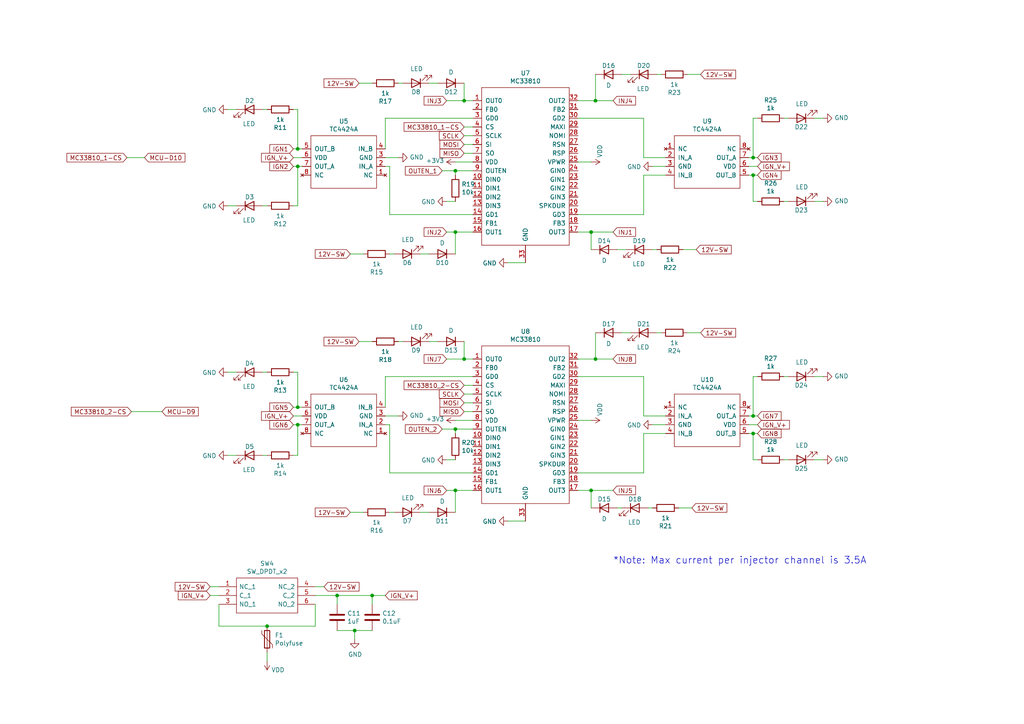
<source format=kicad_sch>
(kicad_sch (version 20230121) (generator eeschema)
  (paper "A4")
  (lib_symbols
    (symbol "Device:C" (pin_numbers hide) (pin_names (offset 0.254))
      (property "Reference" "C" (at 0.635 2.54 0))
      (property "Value" "C" (at 0.635 -2.54 0))
      (symbol "C_0_1"
        (polyline (pts (xy -2.032 -0.762) (xy 2.032 -0.762)) (stroke (width 0.508)))
        (polyline (pts (xy -2.032 0.762) (xy 2.032 0.762)) (stroke (width 0.508)))
      )
      (symbol "C_1_1"
        (pin passive line (at 0 3.81 270) (length 2.794) (name "~") (number "1"))
        (pin passive line (at 0 -3.81 90) (length 2.794) (name "~") (number "2"))
      )
    )
    (symbol "Device:D" (pin_numbers hide) (pin_names (offset 1.016) hide)
      (property "Reference" "D" (at 0 2.54 0))
      (property "Value" "D" (at 0 -2.54 0))
      (symbol "D_0_1"
        (polyline (pts (xy -1.27 1.27) (xy -1.27 -1.27)) (stroke (width 0.254)))
        (polyline (pts (xy 1.27 0) (xy -1.27 0)))
        (polyline (pts (xy 1.27 1.27) (xy 1.27 -1.27) (xy -1.27 0) (xy 1.27 1.27)) (stroke (width 0.254)))
      )
      (symbol "D_1_1"
        (pin passive line (at -3.81 0 0) (length 2.54) (name "K") (number "1"))
        (pin passive line (at 3.81 0 180) (length 2.54) (name "A") (number "2"))
      )
    )
    (symbol "Device:LED" (pin_numbers hide) (pin_names (offset 1.016) hide)
      (property "Reference" "D" (at 0 2.54 0))
      (property "Value" "LED" (at 0 -2.54 0))
      (symbol "LED_0_1"
        (polyline (pts (xy -1.27 -1.27) (xy -1.27 1.27)) (stroke (width 0.254)))
        (polyline (pts (xy -1.27 0) (xy 1.27 0)))
        (polyline (pts (xy 1.27 -1.27) (xy 1.27 1.27) (xy -1.27 0) (xy 1.27 -1.27)) (stroke (width 0.254)))
        (polyline (pts (xy -3.048 -0.762) (xy -4.572 -2.286) (xy -3.81 -2.286) (xy -4.572 -2.286) (xy -4.572 -1.524)))
        (polyline (pts (xy -1.778 -0.762) (xy -3.302 -2.286) (xy -2.54 -2.286) (xy -3.302 -2.286) (xy -3.302 -1.524)))
      )
      (symbol "LED_1_1"
        (pin passive line (at -3.81 0 0) (length 2.54) (name "K") (number "1"))
        (pin passive line (at 3.81 0 180) (length 2.54) (name "A") (number "2"))
      )
    )
    (symbol "Device:Polyfuse" (pin_numbers hide) (pin_names (offset 0))
      (property "Reference" "F" (at -2.54 0 90))
      (property "Value" "Polyfuse" (at 2.54 0 90))
      (symbol "Polyfuse_0_1"
        (rectangle (start -0.762 2.54) (end 0.762 -2.54) (stroke (width 0.254)))
        (polyline (pts (xy 0 2.54) (xy 0 -2.54)))
        (polyline (pts (xy -1.524 2.54) (xy -1.524 1.524) (xy 1.524 -1.524) (xy 1.524 -2.54)))
      )
      (symbol "Polyfuse_1_1"
        (pin passive line (at 0 3.81 270) (length 1.27) (name "~") (number "1"))
        (pin passive line (at 0 -3.81 90) (length 1.27) (name "~") (number "2"))
      )
    )
    (symbol "Device:R" (pin_numbers hide) (pin_names (offset 0))
      (property "Reference" "R" (at 2.032 0 90))
      (property "Value" "R" (at 0 0 90))
      (symbol "R_0_1"
        (rectangle (start -1.016 -2.54) (end 1.016 2.54) (stroke (width 0.254)))
      )
      (symbol "R_1_1"
        (pin passive line (at 0 3.81 270) (length 1.27) (name "~") (number "1"))
        (pin passive line (at 0 -3.81 90) (length 1.27) (name "~") (number "2"))
      )
    )
    (symbol "IC_Automotive:MC33810" (pin_names (offset 1.016))
      (property "Reference" "U" (at 20.32 17.78 0))
      (property "Value" "MC33810" (at -12.7 34.29 0))
      (symbol "MC33810_0_0"
        (pin power_in line (at -12.7 -13.97 90) (length 5.08) (name "GND") (number "33"))
      )
      (symbol "MC33810_0_1"
        (rectangle (start -25.4 36.83) (end 0 -8.89))
      )
      (symbol "MC33810_1_1"
        (pin output line (at -27.94 33.02 0) (length 2.54) (name "OUT0") (number "1"))
        (pin input line (at -27.94 10.16 0) (length 2.54) (name "DIN0") (number "10"))
        (pin input line (at -27.94 7.62 0) (length 2.54) (name "DIN1") (number "11"))
        (pin input line (at -27.94 5.08 0) (length 2.54) (name "DIN2") (number "12"))
        (pin input line (at -27.94 2.54 0) (length 2.54) (name "DIN3") (number "13"))
        (pin output line (at -27.94 0 0) (length 2.54) (name "GD1") (number "14"))
        (pin input line (at -27.94 -2.54 0) (length 2.54) (name "FB1") (number "15"))
        (pin output line (at -27.94 -5.08 0) (length 2.54) (name "OUT1") (number "16"))
        (pin output line (at 2.54 -5.08 180) (length 2.54) (name "OUT3") (number "17"))
        (pin input line (at 2.54 -2.54 180) (length 2.54) (name "FB3") (number "18"))
        (pin output line (at 2.54 0 180) (length 2.54) (name "GD3") (number "19"))
        (pin input line (at -27.94 30.48 0) (length 2.54) (name "FB0") (number "2"))
        (pin output line (at 2.54 2.54 180) (length 2.54) (name "SPKDUR") (number "20"))
        (pin input line (at 2.54 5.08 180) (length 2.54) (name "GIN3") (number "21"))
        (pin input line (at 2.54 7.62 180) (length 2.54) (name "GIN2") (number "22"))
        (pin input line (at 2.54 10.16 180) (length 2.54) (name "GIN1") (number "23"))
        (pin input line (at 2.54 12.7 180) (length 2.54) (name "GIN0") (number "24"))
        (pin power_in line (at 2.54 15.24 180) (length 2.54) (name "VPWR") (number "25"))
        (pin input line (at 2.54 17.78 180) (length 2.54) (name "RSP") (number "26"))
        (pin input line (at 2.54 20.32 180) (length 2.54) (name "RSN") (number "27"))
        (pin output line (at 2.54 22.86 180) (length 2.54) (name "NOMI") (number "28"))
        (pin output line (at 2.54 25.4 180) (length 2.54) (name "MAXI") (number "29"))
        (pin output line (at -27.94 27.94 0) (length 2.54) (name "GD0") (number "3"))
        (pin output line (at 2.54 27.94 180) (length 2.54) (name "GD2") (number "30"))
        (pin input line (at 2.54 30.48 180) (length 2.54) (name "FB2") (number "31"))
        (pin output line (at 2.54 33.02 180) (length 2.54) (name "OUT2") (number "32"))
        (pin input line (at -27.94 25.4 0) (length 2.54) (name "CS") (number "4"))
        (pin input line (at -27.94 22.86 0) (length 2.54) (name "SCLK") (number "5"))
        (pin input line (at -27.94 20.32 0) (length 2.54) (name "SI") (number "6"))
        (pin output line (at -27.94 17.78 0) (length 2.54) (name "SO") (number "7"))
        (pin input line (at -27.94 15.24 0) (length 2.54) (name "VDD") (number "8"))
        (pin input line (at -27.94 12.7 0) (length 2.54) (name "OUTEN") (number "9"))
      )
    )
    (symbol "IC_Automotive:TC4424A" (pin_names (offset 1.016))
      (property "Reference" "U" (at -7.62 38.1 0))
      (property "Value" "TC4424A" (at -15.24 38.1 0))
      (symbol "TC4424A_0_1"
        (rectangle (start -25.4 36.83) (end -6.35 21.59))
      )
      (symbol "TC4424A_1_1"
        (pin no_connect line (at -27.94 33.02 0) (length 2.54) (name "NC") (number "1"))
        (pin input line (at -27.94 30.48 0) (length 2.54) (name "IN_A") (number "2"))
        (pin power_in line (at -27.94 27.94 0) (length 2.54) (name "GND") (number "3"))
        (pin input line (at -27.94 25.4 0) (length 2.54) (name "IN_B") (number "4"))
        (pin input line (at -3.81 25.4 180) (length 2.54) (name "OUT_B") (number "5"))
        (pin power_in line (at -3.81 27.94 180) (length 2.54) (name "VDD") (number "6"))
        (pin output line (at -3.81 30.48 180) (length 2.54) (name "OUT_A") (number "7"))
        (pin no_connect line (at -3.81 33.02 180) (length 2.54) (name "NC") (number "8"))
      )
    )
    (symbol "Misc:AYZ0202AGRLC" (pin_names (offset 0.762))
      (property "Reference" "S" (at 24.13 7.62 0))
      (property "Value" "AYZ0202AGRLC" (at 24.13 5.08 0))
      (symbol "AYZ0202AGRLC_0_0"
        (pin bidirectional line (at 0 0 0) (length 5.08) (name "NC_1") (number "1"))
        (pin bidirectional line (at 0 -2.54 0) (length 5.08) (name "C_1") (number "2"))
        (pin bidirectional line (at 0 -5.08 0) (length 5.08) (name "NO_1") (number "3"))
        (pin bidirectional line (at 27.94 0 180) (length 5.08) (name "NC_2") (number "4"))
        (pin bidirectional line (at 27.94 -2.54 180) (length 5.08) (name "C_2") (number "5"))
        (pin bidirectional line (at 27.94 -5.08 180) (length 5.08) (name "NO_2") (number "6"))
      )
      (symbol "AYZ0202AGRLC_0_1"
        (polyline (pts (xy 5.08 2.54) (xy 22.86 2.54) (xy 22.86 -7.62) (xy 5.08 -7.62) (xy 5.08 2.54)) (stroke (width 0.1524)))
      )
    )
    (symbol "power:+3V3" (power) (pin_names (offset 0))
      (property "Value" "+3V3" (at 0 3.556 0))
      (symbol "+3V3_0_1"
        (polyline (pts (xy -0.762 1.27) (xy 0 2.54)))
        (polyline (pts (xy 0 0) (xy 0 2.54)))
        (polyline (pts (xy 0 2.54) (xy 0.762 1.27)))
      )
      (symbol "+3V3_1_1"
        (pin power_in line (at 0 0 90) (length 0) hide (name "+3V3") (number "1"))
      )
    )
    (symbol "power:GND" (power) (pin_names (offset 0))
      (property "Value" "GND" (at 0 -3.81 0))
      (symbol "GND_0_1"
        (polyline (pts (xy 0 0) (xy 0 -1.27) (xy 1.27 -1.27) (xy 0 -2.54) (xy -1.27 -1.27) (xy 0 -1.27)))
      )
      (symbol "GND_1_1"
        (pin power_in line (at 0 0 270) (length 0) hide (name "GND") (number "1"))
      )
    )
    (symbol "power:VDD" (power) (pin_names (offset 0))
      (property "Value" "VDD" (at 0 3.81 0))
      (symbol "VDD_0_1"
        (polyline (pts (xy -0.762 1.27) (xy 0 2.54)))
        (polyline (pts (xy 0 0) (xy 0 2.54)))
        (polyline (pts (xy 0 2.54) (xy 0.762 1.27)))
      )
      (symbol "VDD_1_1"
        (pin power_in line (at 0 0 90) (length 0) hide (name "VDD") (number "1"))
      )
    )
  )
  (junction (at 218.44 50.8))
  (junction (at 132.08 142.24))
  (junction (at 134.62 104.14))
  (junction (at 97.79 172.72))
  (junction (at 134.62 29.21))
  (junction (at 218.44 45.72))
  (junction (at 86.36 118.11))
  (junction (at 171.45 67.31))
  (junction (at 86.36 48.26))
  (junction (at 86.36 123.19))
  (junction (at 218.44 120.65))
  (junction (at 102.87 182.88))
  (junction (at 107.95 172.72))
  (junction (at 132.08 49.53))
  (junction (at 132.08 67.31))
  (junction (at 77.47 181.61))
  (junction (at 86.36 43.18))
  (junction (at 172.72 29.21))
  (junction (at 171.45 142.24))
  (junction (at 172.72 104.14))
  (junction (at 218.44 125.73))
  (junction (at 132.08 124.46))
  (wire (pts (xy 86.36 132.08) (xy 86.36 123.19)))
  (wire (pts (xy 186.69 45.72) (xy 186.69 34.29)))
  (wire (pts (xy 227.33 133.35) (xy 228.6 133.35)))
  (wire (pts (xy 218.44 45.72) (xy 217.17 45.72)))
  (wire (pts (xy 85.09 48.26) (xy 86.36 48.26)))
  (wire (pts (xy 218.44 109.22) (xy 219.71 109.22)))
  (wire (pts (xy 132.08 142.24) (xy 137.16 142.24)))
  (wire (pts (xy 121.92 73.66) (xy 124.46 73.66)))
  (wire (pts (xy 113.03 62.23) (xy 137.16 62.23)))
  (wire (pts (xy 113.03 137.16) (xy 137.16 137.16)))
  (wire (pts (xy 46.99 119.38) (xy 38.1 119.38)))
  (wire (pts (xy 63.5 181.61) (xy 63.5 175.26)))
  (wire (pts (xy 218.44 34.29) (xy 218.44 45.72)))
  (wire (pts (xy 132.08 73.66) (xy 132.08 67.31)))
  (wire (pts (xy 227.33 34.29) (xy 228.6 34.29)))
  (wire (pts (xy 238.76 58.42) (xy 236.22 58.42)))
  (wire (pts (xy 77.47 132.08) (xy 76.2 132.08)))
  (wire (pts (xy 134.62 114.3) (xy 137.16 114.3)))
  (wire (pts (xy 86.36 59.69) (xy 85.09 59.69)))
  (wire (pts (xy 134.62 99.06) (xy 134.62 104.14)))
  (wire (pts (xy 127 24.13) (xy 124.46 24.13)))
  (wire (pts (xy 128.27 49.53) (xy 132.08 49.53)))
  (wire (pts (xy 66.04 107.95) (xy 68.58 107.95)))
  (wire (pts (xy 193.04 45.72) (xy 186.69 45.72)))
  (wire (pts (xy 218.44 109.22) (xy 218.44 120.65)))
  (wire (pts (xy 218.44 125.73) (xy 219.71 125.73)))
  (wire (pts (xy 227.33 58.42) (xy 228.6 58.42)))
  (wire (pts (xy 129.54 142.24) (xy 132.08 142.24)))
  (wire (pts (xy 171.45 72.39) (xy 171.45 67.31)))
  (wire (pts (xy 134.62 111.76) (xy 137.16 111.76)))
  (wire (pts (xy 218.44 133.35) (xy 219.71 133.35)))
  (wire (pts (xy 186.69 120.65) (xy 186.69 109.22)))
  (wire (pts (xy 171.45 67.31) (xy 167.64 67.31)))
  (wire (pts (xy 186.69 34.29) (xy 167.64 34.29)))
  (wire (pts (xy 218.44 58.42) (xy 218.44 50.8)))
  (wire (pts (xy 191.77 21.59) (xy 190.5 21.59)))
  (wire (pts (xy 111.76 34.29) (xy 111.76 43.18)))
  (wire (pts (xy 115.57 45.72) (xy 111.76 45.72)))
  (wire (pts (xy 171.45 46.99) (xy 167.64 46.99)))
  (wire (pts (xy 134.62 29.21) (xy 137.16 29.21)))
  (wire (pts (xy 113.03 148.59) (xy 114.3 148.59)))
  (wire (pts (xy 86.36 31.75) (xy 85.09 31.75)))
  (wire (pts (xy 171.45 121.92) (xy 167.64 121.92)))
  (wire (pts (xy 85.09 123.19) (xy 86.36 123.19)))
  (wire (pts (xy 193.04 125.73) (xy 186.69 125.73)))
  (wire (pts (xy 203.2 96.52) (xy 199.39 96.52)))
  (wire (pts (xy 77.47 181.61) (xy 91.44 181.61)))
  (wire (pts (xy 86.36 118.11) (xy 87.63 118.11)))
  (wire (pts (xy 115.57 120.65) (xy 111.76 120.65)))
  (wire (pts (xy 189.23 48.26) (xy 193.04 48.26)))
  (wire (pts (xy 134.62 104.14) (xy 137.16 104.14)))
  (wire (pts (xy 107.95 182.88) (xy 102.87 182.88)))
  (wire (pts (xy 193.04 120.65) (xy 186.69 120.65)))
  (wire (pts (xy 201.93 72.39) (xy 198.12 72.39)))
  (wire (pts (xy 132.08 148.59) (xy 132.08 142.24)))
  (wire (pts (xy 86.36 132.08) (xy 85.09 132.08)))
  (wire (pts (xy 167.64 104.14) (xy 172.72 104.14)))
  (wire (pts (xy 186.69 109.22) (xy 167.64 109.22)))
  (wire (pts (xy 77.47 31.75) (xy 76.2 31.75)))
  (wire (pts (xy 172.72 29.21) (xy 177.8 29.21)))
  (wire (pts (xy 238.76 109.22) (xy 236.22 109.22)))
  (wire (pts (xy 36.83 45.72) (xy 41.91 45.72)))
  (wire (pts (xy 134.62 116.84) (xy 137.16 116.84)))
  (wire (pts (xy 186.69 62.23) (xy 167.64 62.23)))
  (wire (pts (xy 129.54 67.31) (xy 132.08 67.31)))
  (wire (pts (xy 171.45 142.24) (xy 167.64 142.24)))
  (wire (pts (xy 132.08 124.46) (xy 137.16 124.46)))
  (wire (pts (xy 97.79 175.26) (xy 97.79 172.72)))
  (wire (pts (xy 180.34 21.59) (xy 182.88 21.59)))
  (wire (pts (xy 137.16 34.29) (xy 111.76 34.29)))
  (wire (pts (xy 63.5 170.18) (xy 60.96 170.18)))
  (wire (pts (xy 218.44 125.73) (xy 218.44 133.35)))
  (wire (pts (xy 101.6 148.59) (xy 105.41 148.59)))
  (wire (pts (xy 218.44 58.42) (xy 219.71 58.42)))
  (wire (pts (xy 86.36 48.26) (xy 87.63 48.26)))
  (wire (pts (xy 111.76 172.72) (xy 107.95 172.72)))
  (wire (pts (xy 186.69 125.73) (xy 186.69 137.16)))
  (wire (pts (xy 167.64 29.21) (xy 172.72 29.21)))
  (wire (pts (xy 191.77 96.52) (xy 190.5 96.52)))
  (wire (pts (xy 85.09 45.72) (xy 87.63 45.72)))
  (wire (pts (xy 172.72 21.59) (xy 172.72 29.21)))
  (wire (pts (xy 189.23 147.32) (xy 187.96 147.32)))
  (wire (pts (xy 107.95 172.72) (xy 97.79 172.72)))
  (wire (pts (xy 219.71 48.26) (xy 217.17 48.26)))
  (wire (pts (xy 134.62 44.45) (xy 137.16 44.45)))
  (wire (pts (xy 172.72 104.14) (xy 177.8 104.14)))
  (wire (pts (xy 77.47 191.77) (xy 77.47 189.23)))
  (wire (pts (xy 101.6 73.66) (xy 105.41 73.66)))
  (wire (pts (xy 172.72 96.52) (xy 172.72 104.14)))
  (wire (pts (xy 132.08 49.53) (xy 137.16 49.53)))
  (wire (pts (xy 218.44 50.8) (xy 219.71 50.8)))
  (wire (pts (xy 218.44 120.65) (xy 217.17 120.65)))
  (wire (pts (xy 86.36 59.69) (xy 86.36 48.26)))
  (wire (pts (xy 111.76 123.19) (xy 113.03 123.19)))
  (wire (pts (xy 86.36 31.75) (xy 86.36 43.18)))
  (wire (pts (xy 102.87 185.42) (xy 102.87 182.88)))
  (wire (pts (xy 179.07 72.39) (xy 181.61 72.39)))
  (wire (pts (xy 132.08 125.73) (xy 132.08 124.46)))
  (wire (pts (xy 193.04 50.8) (xy 186.69 50.8)))
  (wire (pts (xy 104.14 24.13) (xy 107.95 24.13)))
  (wire (pts (xy 77.47 107.95) (xy 76.2 107.95)))
  (wire (pts (xy 93.98 170.18) (xy 91.44 170.18)))
  (wire (pts (xy 134.62 41.91) (xy 137.16 41.91)))
  (wire (pts (xy 129.54 133.35) (xy 132.08 133.35)))
  (wire (pts (xy 85.09 43.18) (xy 86.36 43.18)))
  (wire (pts (xy 113.03 123.19) (xy 113.03 137.16)))
  (wire (pts (xy 132.08 46.99) (xy 137.16 46.99)))
  (wire (pts (xy 217.17 50.8) (xy 218.44 50.8)))
  (wire (pts (xy 60.96 172.72) (xy 63.5 172.72)))
  (wire (pts (xy 85.09 118.11) (xy 86.36 118.11)))
  (wire (pts (xy 66.04 132.08) (xy 68.58 132.08)))
  (wire (pts (xy 77.47 181.61) (xy 63.5 181.61)))
  (wire (pts (xy 238.76 34.29) (xy 236.22 34.29)))
  (wire (pts (xy 91.44 181.61) (xy 91.44 175.26)))
  (wire (pts (xy 219.71 45.72) (xy 218.44 45.72)))
  (wire (pts (xy 177.8 142.24) (xy 171.45 142.24)))
  (wire (pts (xy 134.62 39.37) (xy 137.16 39.37)))
  (wire (pts (xy 238.76 133.35) (xy 236.22 133.35)))
  (wire (pts (xy 186.69 50.8) (xy 186.69 62.23)))
  (wire (pts (xy 218.44 34.29) (xy 219.71 34.29)))
  (wire (pts (xy 86.36 123.19) (xy 87.63 123.19)))
  (wire (pts (xy 128.27 124.46) (xy 132.08 124.46)))
  (wire (pts (xy 129.54 58.42) (xy 132.08 58.42)))
  (wire (pts (xy 179.07 147.32) (xy 180.34 147.32)))
  (wire (pts (xy 227.33 109.22) (xy 228.6 109.22)))
  (wire (pts (xy 66.04 31.75) (xy 68.58 31.75)))
  (wire (pts (xy 97.79 172.72) (xy 91.44 172.72)))
  (wire (pts (xy 86.36 107.95) (xy 86.36 118.11)))
  (wire (pts (xy 132.08 121.92) (xy 137.16 121.92)))
  (wire (pts (xy 200.66 147.32) (xy 196.85 147.32)))
  (wire (pts (xy 111.76 109.22) (xy 111.76 118.11)))
  (wire (pts (xy 134.62 119.38) (xy 137.16 119.38)))
  (wire (pts (xy 104.14 99.06) (xy 107.95 99.06)))
  (wire (pts (xy 132.08 67.31) (xy 137.16 67.31)))
  (wire (pts (xy 147.32 76.2) (xy 152.4 76.2)))
  (wire (pts (xy 115.57 24.13) (xy 116.84 24.13)))
  (wire (pts (xy 129.54 104.14) (xy 134.62 104.14)))
  (wire (pts (xy 113.03 73.66) (xy 114.3 73.66)))
  (wire (pts (xy 113.03 48.26) (xy 111.76 48.26)))
  (wire (pts (xy 115.57 99.06) (xy 116.84 99.06)))
  (wire (pts (xy 180.34 96.52) (xy 182.88 96.52)))
  (wire (pts (xy 217.17 125.73) (xy 218.44 125.73)))
  (wire (pts (xy 85.09 120.65) (xy 87.63 120.65)))
  (wire (pts (xy 219.71 123.19) (xy 217.17 123.19)))
  (wire (pts (xy 171.45 147.32) (xy 171.45 142.24)))
  (wire (pts (xy 124.46 148.59) (xy 121.92 148.59)))
  (wire (pts (xy 77.47 59.69) (xy 76.2 59.69)))
  (wire (pts (xy 203.2 21.59) (xy 199.39 21.59)))
  (wire (pts (xy 86.36 107.95) (xy 85.09 107.95)))
  (wire (pts (xy 147.32 151.13) (xy 152.4 151.13)))
  (wire (pts (xy 86.36 43.18) (xy 87.63 43.18)))
  (wire (pts (xy 134.62 24.13) (xy 134.62 29.21)))
  (wire (pts (xy 129.54 29.21) (xy 134.62 29.21)))
  (wire (pts (xy 190.5 72.39) (xy 189.23 72.39)))
  (wire (pts (xy 66.04 59.69) (xy 68.58 59.69)))
  (wire (pts (xy 113.03 62.23) (xy 113.03 48.26)))
  (wire (pts (xy 177.8 67.31) (xy 171.45 67.31)))
  (wire (pts (xy 219.71 120.65) (xy 218.44 120.65)))
  (wire (pts (xy 186.69 137.16) (xy 167.64 137.16)))
  (wire (pts (xy 132.08 50.8) (xy 132.08 49.53)))
  (wire (pts (xy 124.46 99.06) (xy 127 99.06)))
  (wire (pts (xy 107.95 175.26) (xy 107.95 172.72)))
  (wire (pts (xy 137.16 109.22) (xy 111.76 109.22)))
  (wire (pts (xy 102.87 182.88) (xy 97.79 182.88)))
  (wire (pts (xy 189.23 123.19) (xy 193.04 123.19)))
  (wire (pts (xy 134.62 36.83) (xy 137.16 36.83)))
  (text "*Note: Max current per injector channel is 3.5A" (at 177.8 163.83 0) (effects (font (size 2.0066 2.0066)) (justify left bottom)))
  (global_label "IGN_V+" (shape input) (at 85.09 45.72 180) (property "Intersheetrefs" "${INTERSHEET_REFS}" (effects hide)))
  (global_label "SCLK" (shape input) (at 134.62 114.3 180) (property "Intersheetrefs" "${INTERSHEET_REFS}" (effects hide)))
  (global_label "12V-SW" (shape input) (at 93.98 170.18 0) (property "Intersheetrefs" "${INTERSHEET_REFS}" (effects hide)))
  (global_label "IGN2" (shape input) (at 85.09 48.26 180) (property "Intersheetrefs" "${INTERSHEET_REFS}" (effects hide)))
  (global_label "12V-SW" (shape input) (at 104.14 99.06 180) (property "Intersheetrefs" "${INTERSHEET_REFS}" (effects hide)))
  (global_label "MISO" (shape input) (at 134.62 44.45 180) (property "Intersheetrefs" "${INTERSHEET_REFS}" (effects hide)))
  (global_label "INJ3" (shape input) (at 129.54 29.21 180) (property "Intersheetrefs" "${INTERSHEET_REFS}" (effects hide)))
  (global_label "IGN4" (shape input) (at 219.71 50.8 0) (property "Intersheetrefs" "${INTERSHEET_REFS}" (effects hide)))
  (global_label "INJ7" (shape input) (at 129.54 104.14 180) (property "Intersheetrefs" "${INTERSHEET_REFS}" (effects hide)))
  (global_label "IGN5" (shape input) (at 85.09 118.11 180) (property "Intersheetrefs" "${INTERSHEET_REFS}" (effects hide)))
  (global_label "SCLK" (shape input) (at 134.62 39.37 180) (property "Intersheetrefs" "${INTERSHEET_REFS}" (effects hide)))
  (global_label "IGN_V+" (shape input) (at 85.09 120.65 180) (property "Intersheetrefs" "${INTERSHEET_REFS}" (effects hide)))
  (global_label "IGN6" (shape input) (at 85.09 123.19 180) (property "Intersheetrefs" "${INTERSHEET_REFS}" (effects hide)))
  (global_label "IGN8" (shape input) (at 219.71 125.73 0) (property "Intersheetrefs" "${INTERSHEET_REFS}" (effects hide)))
  (global_label "IGN_V+" (shape input) (at 219.71 123.19 0) (property "Intersheetrefs" "${INTERSHEET_REFS}" (effects hide)))
  (global_label "MCU-D9" (shape input) (at 46.99 119.38 0) (property "Intersheetrefs" "${INTERSHEET_REFS}" (effects hide)))
  (global_label "INJ8" (shape input) (at 177.8 104.14 0) (property "Intersheetrefs" "${INTERSHEET_REFS}" (effects hide)))
  (global_label "MOSI" (shape input) (at 134.62 116.84 180) (property "Intersheetrefs" "${INTERSHEET_REFS}" (effects hide)))
  (global_label "INJ4" (shape input) (at 177.8 29.21 0) (property "Intersheetrefs" "${INTERSHEET_REFS}" (effects hide)))
  (global_label "IGN3" (shape input) (at 219.71 45.72 0) (property "Intersheetrefs" "${INTERSHEET_REFS}" (effects hide)))
  (global_label "MISO" (shape input) (at 134.62 119.38 180) (property "Intersheetrefs" "${INTERSHEET_REFS}" (effects hide)))
  (global_label "OUTEN_1" (shape input) (at 128.27 49.53 180) (property "Intersheetrefs" "${INTERSHEET_REFS}" (effects hide)))
  (global_label "12V-SW" (shape input) (at 203.2 96.52 0) (property "Intersheetrefs" "${INTERSHEET_REFS}" (effects hide)))
  (global_label "IGN_V+" (shape input) (at 60.96 172.72 180) (property "Intersheetrefs" "${INTERSHEET_REFS}" (effects hide)))
  (global_label "12V-SW" (shape input) (at 101.6 73.66 180) (property "Intersheetrefs" "${INTERSHEET_REFS}" (effects hide)))
  (global_label "INJ6" (shape input) (at 129.54 142.24 180) (property "Intersheetrefs" "${INTERSHEET_REFS}" (effects hide)))
  (global_label "OUTEN_2" (shape input) (at 128.27 124.46 180) (property "Intersheetrefs" "${INTERSHEET_REFS}" (effects hide)))
  (global_label "IGN7" (shape input) (at 219.71 120.65 0) (property "Intersheetrefs" "${INTERSHEET_REFS}" (effects hide)))
  (global_label "INJ2" (shape input) (at 129.54 67.31 180) (property "Intersheetrefs" "${INTERSHEET_REFS}" (effects hide)))
  (global_label "MC33810_1-CS" (shape input) (at 134.62 36.83 180) (property "Intersheetrefs" "${INTERSHEET_REFS}" (effects hide)))
  (global_label "12V-SW" (shape input) (at 60.96 170.18 180) (property "Intersheetrefs" "${INTERSHEET_REFS}" (effects hide)))
  (global_label "MOSI" (shape input) (at 134.62 41.91 180) (property "Intersheetrefs" "${INTERSHEET_REFS}" (effects hide)))
  (global_label "MCU-D10" (shape input) (at 41.91 45.72 0) (property "Intersheetrefs" "${INTERSHEET_REFS}" (effects hide)))
  (global_label "INJ5" (shape input) (at 177.8 142.24 0) (property "Intersheetrefs" "${INTERSHEET_REFS}" (effects hide)))
  (global_label "IGN1" (shape input) (at 85.09 43.18 180) (property "Intersheetrefs" "${INTERSHEET_REFS}" (effects hide)))
  (global_label "IGN_V+" (shape input) (at 111.76 172.72 0) (property "Intersheetrefs" "${INTERSHEET_REFS}" (effects hide)))
  (global_label "MC33810_1-CS" (shape input) (at 36.83 45.72 180) (property "Intersheetrefs" "${INTERSHEET_REFS}" (effects hide)))
  (global_label "12V-SW" (shape input) (at 101.6 148.59 180) (property "Intersheetrefs" "${INTERSHEET_REFS}" (effects hide)))
  (global_label "INJ1" (shape input) (at 177.8 67.31 0) (property "Intersheetrefs" "${INTERSHEET_REFS}" (effects hide)))
  (global_label "12V-SW" (shape input) (at 104.14 24.13 180) (property "Intersheetrefs" "${INTERSHEET_REFS}" (effects hide)))
  (global_label "IGN_V+" (shape input) (at 219.71 48.26 0) (property "Intersheetrefs" "${INTERSHEET_REFS}" (effects hide)))
  (global_label "12V-SW" (shape input) (at 203.2 21.59 0) (property "Intersheetrefs" "${INTERSHEET_REFS}" (effects hide)))
  (global_label "12V-SW" (shape input) (at 200.66 147.32 0) (property "Intersheetrefs" "${INTERSHEET_REFS}" (effects hide)))
  (global_label "MC33810_2-CS" (shape input) (at 38.1 119.38 180) (property "Intersheetrefs" "${INTERSHEET_REFS}" (effects hide)))
  (global_label "12V-SW" (shape input) (at 201.93 72.39 0) (property "Intersheetrefs" "${INTERSHEET_REFS}" (effects hide)))
  (global_label "MC33810_2-CS" (shape input) (at 134.62 111.76 180) (property "Intersheetrefs" "${INTERSHEET_REFS}" (effects hide)))
  (symbol (lib_id "Device:LED") (at 118.11 73.66 180) (unit 1)
    (property "Reference" "D6" (at 118.11 76.2 0))
    (property "Value" "LED" (at 118.2878 69.4944 0))
    (property "Footprint" "LED_SMD:LED_0805_2012Metric" (effects hide))
    (property "Digikey Part Number" "475-1415-1-ND" (effects hide))
    (property "Manufacturer_Name" "OSRAM" (effects hide))
    (property "Manufacturer_Part_Number" "LH R974-LP-1" (effects hide))
    (property "URL" "https://www.digikey.com/product-detail/en/osram-opto-semiconductors-inc/LH-R974-LP-1/475-1415-1-ND/1802604" (effects hide))
  )
  (symbol (lib_id "Device:LED") (at 120.65 24.13 180) (unit 1)
    (property "Reference" "D8" (at 120.65 26.67 0))
    (property "Value" "LED" (at 120.8278 19.9644 0))
    (property "Footprint" "LED_SMD:LED_0805_2012Metric" (effects hide))
    (property "Digikey Part Number" "475-1415-1-ND" (effects hide))
    (property "Manufacturer_Name" "OSRAM" (effects hide))
    (property "Manufacturer_Part_Number" "LH R974-LP-1" (effects hide))
    (property "URL" "https://www.digikey.com/product-detail/en/osram-opto-semiconductors-inc/LH-R974-LP-1/475-1415-1-ND/1802604" (effects hide))
  )
  (symbol (lib_id "Device:LED") (at 186.69 21.59 0) (unit 1)
    (property "Reference" "D20" (at 186.69 19.05 0))
    (property "Value" "LED" (at 186.5122 25.7556 0))
    (property "Footprint" "LED_SMD:LED_0805_2012Metric" (effects hide))
    (property "Digikey Part Number" "475-1415-1-ND" (effects hide))
    (property "Manufacturer_Name" "OSRAM" (effects hide))
    (property "Manufacturer_Part_Number" "LH R974-LP-1" (effects hide))
    (property "URL" "https://www.digikey.com/product-detail/en/osram-opto-semiconductors-inc/LH-R974-LP-1/475-1415-1-ND/1802604" (effects hide))
  )
  (symbol (lib_id "Device:R") (at 194.31 72.39 90) (unit 1)
    (property "Reference" "R22" (at 194.31 77.6478 90))
    (property "Value" "1k" (at 194.31 75.3364 90))
    (property "Footprint" "Resistor_SMD:R_0805_2012Metric" (effects hide))
    (property "Digikey Part Number" "311-1.00KCRCT-ND" (effects hide))
    (property "Manufacturer_Name" "Yageo" (effects hide))
    (property "Manufacturer_Part_Number" "RC0805FR-071KL" (effects hide))
    (property "URL" "https://www.digikey.com/product-detail/en/yageo/RC0805FR-071KL/311-1.00KCRCT-ND/730391" (effects hide))
  )
  (symbol (lib_id "Device:LED") (at 185.42 72.39 0) (unit 1)
    (property "Reference" "D19" (at 185.42 69.85 0))
    (property "Value" "LED" (at 185.2422 76.5556 0))
    (property "Footprint" "LED_SMD:LED_0805_2012Metric" (effects hide))
    (property "Digikey Part Number" "475-1415-1-ND" (effects hide))
    (property "Manufacturer_Name" "OSRAM" (effects hide))
    (property "Manufacturer_Part_Number" "LH R974-LP-1" (effects hide))
    (property "URL" "https://www.digikey.com/product-detail/en/osram-opto-semiconductors-inc/LH-R974-LP-1/475-1415-1-ND/1802604" (effects hide))
  )
  (symbol (lib_id "IC_Automotive:MC33810") (at 165.1 62.23 0) (unit 1)
    (property "Reference" "U7" (at 152.4 21.209 0))
    (property "Value" "MC33810" (at 152.4 23.5204 0))
    (property "Footprint" "IC_Automotive:SOIC32-P0.65-33N" (effects hide))
    (property "Manufacturer_Name" "NXP" (effects hide))
    (property "Manufacturer_Part_Number" "MCZ33810EK" (effects hide))
    (property "URL" "https://au.mouser.com/ProductDetail/NXP-Semiconductors/MCZ33810EK?qs=sGAEpiMZZMvKM5ialpXrmvfCXFdxx390" (effects hide))
  )
  (symbol (lib_id "IC_Automotive:TC4424A") (at 220.98 76.2 0) (unit 1)
    (property "Reference" "U9" (at 205.105 35.179 0))
    (property "Value" "TC4424A" (at 205.105 37.4904 0))
    (property "Footprint" "Package_SO:SOIC-8_3.9x4.9mm_P1.27mm" (effects hide))
    (property "Digikey Part Number" "TC4424AVOA-ND" (effects hide))
    (property "Manufacturer_Name" "Microchip" (effects hide))
    (property "Manufacturer_Part_Number" "TC4424AVOA" (effects hide))
    (property "URL" "https://www.digikey.com/product-detail/en/microchip-technology/TC4424AVOA/TC4424AVOA-ND/1098908" (effects hide))
  )
  (symbol (lib_id "power:GND") (at 189.23 48.26 270) (unit 1)
    (property "Reference" "#PWR052" (effects hide))
    (property "Value" "GND" (at 185.9788 48.387 90) (effects (justify right)))
  )
  (symbol (lib_id "IC_Automotive:TC4424A") (at 83.82 17.78 180) (unit 1)
    (property "Reference" "U5" (at 99.695 35.179 0))
    (property "Value" "TC4424A" (at 99.695 37.4904 0))
    (property "Footprint" "Package_SO:SOIC-8_3.9x4.9mm_P1.27mm" (effects hide))
    (property "Digikey Part Number" "TC4424AVOA-ND" (effects hide))
    (property "Manufacturer_Name" "Microchip" (effects hide))
    (property "Manufacturer_Part_Number" "TC4424AVOA" (effects hide))
    (property "URL" "https://www.digikey.com/product-detail/en/microchip-technology/TC4424AVOA/TC4424AVOA-ND/1098908" (effects hide))
  )
  (symbol (lib_id "power:GND") (at 115.57 45.72 90) (unit 1)
    (property "Reference" "#PWR042" (effects hide))
    (property "Value" "GND" (at 118.8212 45.593 90) (effects (justify right)))
  )
  (symbol (lib_id "power:+3V3") (at 132.08 46.99 90) (unit 1)
    (property "Reference" "#PWR046" (effects hide))
    (property "Value" "+3V3" (at 128.8288 46.609 90) (effects (justify left)))
  )
  (symbol (lib_id "Device:R") (at 132.08 54.61 0) (unit 1)
    (property "Reference" "R19" (at 133.858 53.4416 0) (effects (justify left)))
    (property "Value" "10k" (at 133.858 55.753 0) (effects (justify left)))
    (property "Footprint" "Resistor_SMD:R_0805_2012Metric" (effects hide))
    (property "Digikey Part Number" "311-10KARCT-ND" (effects hide))
    (property "Manufacturer_Name" "Yageo" (effects hide))
    (property "Manufacturer_Part_Number" "RC0805JR-0710KL" (effects hide))
    (property "URL" "https://www.digikey.com/product-detail/en/yageo/RC0805JR-0710KL/311-10KARCT-ND/731188" (effects hide))
  )
  (symbol (lib_id "power:GND") (at 129.54 58.42 270) (unit 1)
    (property "Reference" "#PWR044" (effects hide))
    (property "Value" "GND" (at 126.2888 58.547 90) (effects (justify right)))
  )
  (symbol (lib_id "power:GND") (at 147.32 76.2 270) (unit 1)
    (property "Reference" "#PWR048" (effects hide))
    (property "Value" "GND" (at 144.0688 76.327 90) (effects (justify right)))
  )
  (symbol (lib_id "Device:LED") (at 118.11 148.59 180) (unit 1)
    (property "Reference" "D7" (at 118.11 151.13 0))
    (property "Value" "LED" (at 118.2878 144.4244 0))
    (property "Footprint" "LED_SMD:LED_0805_2012Metric" (effects hide))
    (property "Digikey Part Number" "475-1415-1-ND" (effects hide))
    (property "Manufacturer_Name" "OSRAM" (effects hide))
    (property "Manufacturer_Part_Number" "LH R974-LP-1" (effects hide))
    (property "URL" "https://www.digikey.com/product-detail/en/osram-opto-semiconductors-inc/LH-R974-LP-1/475-1415-1-ND/1802604" (effects hide))
  )
  (symbol (lib_id "Device:LED") (at 120.65 99.06 180) (unit 1)
    (property "Reference" "D9" (at 120.65 101.6 0))
    (property "Value" "LED" (at 120.8278 94.8944 0))
    (property "Footprint" "LED_SMD:LED_0805_2012Metric" (effects hide))
    (property "Digikey Part Number" "475-1415-1-ND" (effects hide))
    (property "Manufacturer_Name" "OSRAM" (effects hide))
    (property "Manufacturer_Part_Number" "LH R974-LP-1" (effects hide))
    (property "URL" "https://www.digikey.com/product-detail/en/osram-opto-semiconductors-inc/LH-R974-LP-1/475-1415-1-ND/1802604" (effects hide))
  )
  (symbol (lib_id "Device:LED") (at 186.69 96.52 0) (unit 1)
    (property "Reference" "D21" (at 186.69 93.98 0))
    (property "Value" "LED" (at 186.5122 100.6856 0))
    (property "Footprint" "LED_SMD:LED_0805_2012Metric" (effects hide))
    (property "Digikey Part Number" "475-1415-1-ND" (effects hide))
    (property "Manufacturer_Name" "OSRAM" (effects hide))
    (property "Manufacturer_Part_Number" "LH R974-LP-1" (effects hide))
    (property "URL" "https://www.digikey.com/product-detail/en/osram-opto-semiconductors-inc/LH-R974-LP-1/475-1415-1-ND/1802604" (effects hide))
  )
  (symbol (lib_id "Device:LED") (at 184.15 147.32 0) (unit 1)
    (property "Reference" "D18" (at 184.15 144.78 0))
    (property "Value" "LED" (at 183.9722 151.4856 0))
    (property "Footprint" "LED_SMD:LED_0805_2012Metric" (effects hide))
    (property "Digikey Part Number" "475-1415-1-ND" (effects hide))
    (property "Manufacturer_Name" "OSRAM" (effects hide))
    (property "Manufacturer_Part_Number" "LH R974-LP-1" (effects hide))
    (property "URL" "https://www.digikey.com/product-detail/en/osram-opto-semiconductors-inc/LH-R974-LP-1/475-1415-1-ND/1802604" (effects hide))
  )
  (symbol (lib_id "IC_Automotive:MC33810") (at 165.1 137.16 0) (unit 1)
    (property "Reference" "U8" (at 152.4 96.139 0))
    (property "Value" "MC33810" (at 152.4 98.4504 0))
    (property "Footprint" "IC_Automotive:SOIC32-P0.65-33N" (effects hide))
    (property "Manufacturer_Name" "NXP" (effects hide))
    (property "Manufacturer_Part_Number" "MCZ33810EK" (effects hide))
    (property "URL" "https://au.mouser.com/ProductDetail/NXP-Semiconductors/MCZ33810EK?qs=sGAEpiMZZMvKM5ialpXrmvfCXFdxx390" (effects hide))
  )
  (symbol (lib_id "IC_Automotive:TC4424A") (at 220.98 151.13 0) (unit 1)
    (property "Reference" "U10" (at 205.105 110.109 0))
    (property "Value" "TC4424A" (at 205.105 112.4204 0))
    (property "Footprint" "Package_SO:SOIC-8_3.9x4.9mm_P1.27mm" (effects hide))
    (property "Digikey Part Number" "TC4424AVOA-ND" (effects hide))
    (property "Manufacturer_Name" "Microchip" (effects hide))
    (property "Manufacturer_Part_Number" "TC4424AVOA" (effects hide))
    (property "URL" "https://www.digikey.com/product-detail/en/microchip-technology/TC4424AVOA/TC4424AVOA-ND/1098908" (effects hide))
  )
  (symbol (lib_id "power:GND") (at 189.23 123.19 270) (unit 1)
    (property "Reference" "#PWR053" (effects hide))
    (property "Value" "GND" (at 185.9788 123.317 90) (effects (justify right)))
  )
  (symbol (lib_id "IC_Automotive:TC4424A") (at 83.82 92.71 180) (unit 1)
    (property "Reference" "U6" (at 99.695 110.109 0))
    (property "Value" "TC4424A" (at 99.695 112.4204 0))
    (property "Footprint" "Package_SO:SOIC-8_3.9x4.9mm_P1.27mm" (effects hide))
    (property "Digikey Part Number" "TC4424AVOA-ND" (effects hide))
    (property "Manufacturer_Name" "Microchip" (effects hide))
    (property "Manufacturer_Part_Number" "TC4424AVOA" (effects hide))
    (property "URL" "https://www.digikey.com/product-detail/en/microchip-technology/TC4424AVOA/TC4424AVOA-ND/1098908" (effects hide))
  )
  (symbol (lib_id "power:GND") (at 115.57 120.65 90) (unit 1)
    (property "Reference" "#PWR043" (effects hide))
    (property "Value" "GND" (at 118.8212 120.523 90) (effects (justify right)))
  )
  (symbol (lib_id "power:+3V3") (at 132.08 121.92 90) (unit 1)
    (property "Reference" "#PWR047" (effects hide))
    (property "Value" "+3V3" (at 128.8288 121.539 90) (effects (justify left)))
  )
  (symbol (lib_id "Device:R") (at 132.08 129.54 0) (unit 1)
    (property "Reference" "R20" (at 133.858 128.3716 0) (effects (justify left)))
    (property "Value" "10k" (at 133.858 130.683 0) (effects (justify left)))
    (property "Footprint" "Resistor_SMD:R_0805_2012Metric" (effects hide))
    (property "Digikey Part Number" "311-10KARCT-ND" (effects hide))
    (property "Manufacturer_Name" "Yageo" (effects hide))
    (property "Manufacturer_Part_Number" "RC0805JR-0710KL" (effects hide))
    (property "URL" "https://www.digikey.com/product-detail/en/yageo/RC0805JR-0710KL/311-10KARCT-ND/731188" (effects hide))
  )
  (symbol (lib_id "power:GND") (at 129.54 133.35 270) (unit 1)
    (property "Reference" "#PWR045" (effects hide))
    (property "Value" "GND" (at 126.2888 133.477 90) (effects (justify right)))
  )
  (symbol (lib_id "power:GND") (at 147.32 151.13 270) (unit 1)
    (property "Reference" "#PWR049" (effects hide))
    (property "Value" "GND" (at 144.0688 151.257 90) (effects (justify right)))
  )
  (symbol (lib_id "Misc:AYZ0202AGRLC") (at 63.5 170.18 0) (unit 1)
    (property "Reference" "SW4" (at 77.47 163.449 0))
    (property "Value" "SW_DPDT_x2" (at 77.47 165.7604 0))
    (property "Footprint" "Misc:AYZ0202AGRLC" (effects hide))
    (property "Datasheet" "http://uk.rs-online.com/web/p/products/7931504P" (effects hide))
    (property "Description" "AYZ0202AGRLC (Slide Switches)" (effects hide))
    (property "RS Part Number" "7931504P" (effects hide))
    (property "RS Price/Stock" "http://uk.rs-online.com/web/p/products/7931504P" (effects hide))
    (property "Manufacturer_Name" "C & K COMPONENTS" (effects hide))
    (property "Manufacturer_Part_Number" "AYZ0202AGRLC" (effects hide))
    (property "Allied_Number" "70417470" (effects hide))
    (property "Digikey Part Number" "401-2013-1-ND" (effects hide))
    (property "URL" "https://www.digikey.com.au/product-detail/en/c-k/AYZ0202AGRLC/401-2013-1-ND/1640122" (effects hide))
  )
  (symbol (lib_id "power:VDD") (at 77.47 191.77 180) (unit 1)
    (property "Reference" "#PWR040" (effects hide))
    (property "Value" "VDD" (at 82.55 194.31 0) (effects (justify left)))
  )
  (symbol (lib_id "Device:Polyfuse") (at 77.47 185.42 0) (unit 1)
    (property "Reference" "F1" (at 79.7052 184.2516 0) (effects (justify left)))
    (property "Value" "Polyfuse" (at 79.7052 186.563 0) (effects (justify left)))
    (property "Footprint" "Fuse:Fuse_1812_4532Metric" (effects hide))
    (property "Digikey Part Number" "507-1361-1-ND" (effects hide))
    (property "Manufacturer_Name" "Bel Fuse Inc." (effects hide))
    (property "Manufacturer_Part_Number" "0ZCC0050FF2C" (effects hide))
    (property "URL" "https://www.digikey.com.au/product-detail/en/bel-fuse-inc/0ZCC0050FF2C/507-1361-1-ND/1560228" (effects hide))
  )
  (symbol (lib_id "Device:D") (at 128.27 73.66 180) (unit 1)
    (property "Reference" "D10" (at 128.27 76.2 0))
    (property "Value" "D" (at 128.27 70.485 0))
    (property "Footprint" "Diode_SMD:D_SOD-323" (effects hide))
    (property "Digikey Part Number" "1N4448WXTPMSCT-ND" (effects hide))
    (property "Manufacturer_Name" "MCC" (effects hide))
    (property "Manufacturer_Part_Number" "1N4448WX-TP" (effects hide))
    (property "URL" "https://www.digikey.com/product-detail/en/micro-commercial-co/1N4448WX-TP/1N4448WXTPMSCT-ND/789338" (effects hide))
  )
  (symbol (lib_id "Device:D") (at 130.81 99.06 180) (unit 1)
    (property "Reference" "D13" (at 130.81 101.6 0))
    (property "Value" "D" (at 130.81 95.885 0))
    (property "Footprint" "Diode_SMD:D_SOD-323" (effects hide))
    (property "Digikey Part Number" "1N4448WXTPMSCT-ND" (effects hide))
    (property "Manufacturer_Name" "MCC" (effects hide))
    (property "Manufacturer_Part_Number" "1N4448WX-TP" (effects hide))
    (property "URL" "https://www.digikey.com/product-detail/en/micro-commercial-co/1N4448WX-TP/1N4448WXTPMSCT-ND/789338" (effects hide))
  )
  (symbol (lib_id "Device:D") (at 175.26 72.39 0) (unit 1)
    (property "Reference" "D14" (at 175.26 69.85 0))
    (property "Value" "D" (at 175.26 75.565 0))
    (property "Footprint" "Diode_SMD:D_SOD-323" (effects hide))
    (property "Digikey Part Number" "1N4448WXTPMSCT-ND" (effects hide))
    (property "Manufacturer_Name" "MCC" (effects hide))
    (property "Manufacturer_Part_Number" "1N4448WX-TP" (effects hide))
    (property "URL" "https://www.digikey.com/product-detail/en/micro-commercial-co/1N4448WX-TP/1N4448WXTPMSCT-ND/789338" (effects hide))
  )
  (symbol (lib_id "Device:D") (at 176.53 21.59 0) (unit 1)
    (property "Reference" "D16" (at 176.53 19.05 0))
    (property "Value" "D" (at 176.53 24.765 0))
    (property "Footprint" "Diode_SMD:D_SOD-323" (effects hide))
    (property "Digikey Part Number" "1N4448WXTPMSCT-ND" (effects hide))
    (property "Manufacturer_Name" "MCC" (effects hide))
    (property "Manufacturer_Part_Number" "1N4448WX-TP" (effects hide))
    (property "URL" "https://www.digikey.com/product-detail/en/micro-commercial-co/1N4448WX-TP/1N4448WXTPMSCT-ND/789338" (effects hide))
  )
  (symbol (lib_id "Device:D") (at 130.81 24.13 180) (unit 1)
    (property "Reference" "D12" (at 130.81 26.67 0))
    (property "Value" "D" (at 130.81 20.955 0))
    (property "Footprint" "Diode_SMD:D_SOD-323" (effects hide))
    (property "Digikey Part Number" "1N4448WXTPMSCT-ND" (effects hide))
    (property "Manufacturer_Name" "MCC" (effects hide))
    (property "Manufacturer_Part_Number" "1N4448WX-TP" (effects hide))
    (property "URL" "https://www.digikey.com/product-detail/en/micro-commercial-co/1N4448WX-TP/1N4448WXTPMSCT-ND/789338" (effects hide))
  )
  (symbol (lib_id "Device:D") (at 175.26 147.32 0) (unit 1)
    (property "Reference" "D15" (at 175.26 144.78 0))
    (property "Value" "D" (at 175.26 150.495 0))
    (property "Footprint" "Diode_SMD:D_SOD-323" (effects hide))
    (property "Digikey Part Number" "1N4448WXTPMSCT-ND" (effects hide))
    (property "Manufacturer_Name" "MCC" (effects hide))
    (property "Manufacturer_Part_Number" "1N4448WX-TP" (effects hide))
    (property "URL" "https://www.digikey.com/product-detail/en/micro-commercial-co/1N4448WX-TP/1N4448WXTPMSCT-ND/789338" (effects hide))
  )
  (symbol (lib_id "Device:D") (at 176.53 96.52 0) (unit 1)
    (property "Reference" "D17" (at 176.53 93.98 0))
    (property "Value" "D" (at 176.53 99.695 0))
    (property "Footprint" "Diode_SMD:D_SOD-323" (effects hide))
    (property "Digikey Part Number" "1N4448WXTPMSCT-ND" (effects hide))
    (property "Manufacturer_Name" "MCC" (effects hide))
    (property "Manufacturer_Part_Number" "1N4448WX-TP" (effects hide))
    (property "URL" "https://www.digikey.com/product-detail/en/micro-commercial-co/1N4448WX-TP/1N4448WXTPMSCT-ND/789338" (effects hide))
  )
  (symbol (lib_id "Device:D") (at 128.27 148.59 180) (unit 1)
    (property "Reference" "D11" (at 128.27 151.13 0))
    (property "Value" "D" (at 128.27 145.415 0))
    (property "Footprint" "Diode_SMD:D_SOD-323" (effects hide))
    (property "Digikey Part Number" "1N4448WXTPMSCT-ND" (effects hide))
    (property "Manufacturer_Name" "MCC" (effects hide))
    (property "Manufacturer_Part_Number" "1N4448WX-TP" (effects hide))
    (property "URL" "https://www.digikey.com/product-detail/en/micro-commercial-co/1N4448WX-TP/1N4448WXTPMSCT-ND/789338" (effects hide))
  )
  (symbol (lib_id "power:VDD") (at 171.45 46.99 270) (unit 1)
    (property "Reference" "#PWR050" (effects hide))
    (property "Value" "VDD" (at 173.99 41.91 0) (effects (justify left)))
  )
  (symbol (lib_id "power:VDD") (at 171.45 121.92 270) (unit 1)
    (property "Reference" "#PWR051" (effects hide))
    (property "Value" "VDD" (at 173.99 116.84 0) (effects (justify left)))
  )
  (symbol (lib_id "Device:R") (at 195.58 96.52 90) (unit 1)
    (property "Reference" "R24" (at 195.58 101.7778 90))
    (property "Value" "1k" (at 195.58 99.4664 90))
    (property "Footprint" "Resistor_SMD:R_0805_2012Metric" (effects hide))
    (property "Digikey Part Number" "311-1.00KCRCT-ND" (effects hide))
    (property "Manufacturer_Name" "Yageo" (effects hide))
    (property "Manufacturer_Part_Number" "RC0805FR-071KL" (effects hide))
    (property "URL" "https://www.digikey.com/product-detail/en/yageo/RC0805FR-071KL/311-1.00KCRCT-ND/730391" (effects hide))
  )
  (symbol (lib_id "Device:R") (at 111.76 99.06 90) (unit 1)
    (property "Reference" "R18" (at 111.76 104.3178 90))
    (property "Value" "1k" (at 111.76 102.0064 90))
    (property "Footprint" "Resistor_SMD:R_0805_2012Metric" (effects hide))
    (property "Digikey Part Number" "311-1.00KCRCT-ND" (effects hide))
    (property "Manufacturer_Name" "Yageo" (effects hide))
    (property "Manufacturer_Part_Number" "RC0805FR-071KL" (effects hide))
    (property "URL" "https://www.digikey.com/product-detail/en/yageo/RC0805FR-071KL/311-1.00KCRCT-ND/730391" (effects hide))
  )
  (symbol (lib_id "Device:R") (at 109.22 148.59 90) (unit 1)
    (property "Reference" "R16" (at 109.22 153.8478 90))
    (property "Value" "1k" (at 109.22 151.5364 90))
    (property "Footprint" "Resistor_SMD:R_0805_2012Metric" (effects hide))
    (property "Digikey Part Number" "311-1.00KCRCT-ND" (effects hide))
    (property "Manufacturer_Name" "Yageo" (effects hide))
    (property "Manufacturer_Part_Number" "RC0805FR-071KL" (effects hide))
    (property "URL" "https://www.digikey.com/product-detail/en/yageo/RC0805FR-071KL/311-1.00KCRCT-ND/730391" (effects hide))
  )
  (symbol (lib_id "Device:R") (at 193.04 147.32 90) (unit 1)
    (property "Reference" "R21" (at 193.04 152.5778 90))
    (property "Value" "1k" (at 193.04 150.2664 90))
    (property "Footprint" "Resistor_SMD:R_0805_2012Metric" (effects hide))
    (property "Digikey Part Number" "311-1.00KCRCT-ND" (effects hide))
    (property "Manufacturer_Name" "Yageo" (effects hide))
    (property "Manufacturer_Part_Number" "RC0805FR-071KL" (effects hide))
    (property "URL" "https://www.digikey.com/product-detail/en/yageo/RC0805FR-071KL/311-1.00KCRCT-ND/730391" (effects hide))
  )
  (symbol (lib_id "Device:R") (at 109.22 73.66 90) (unit 1)
    (property "Reference" "R15" (at 109.22 78.9178 90))
    (property "Value" "1k" (at 109.22 76.6064 90))
    (property "Footprint" "Resistor_SMD:R_0805_2012Metric" (effects hide))
    (property "Digikey Part Number" "311-1.00KCRCT-ND" (effects hide))
    (property "Manufacturer_Name" "Yageo" (effects hide))
    (property "Manufacturer_Part_Number" "RC0805FR-071KL" (effects hide))
    (property "URL" "https://www.digikey.com/product-detail/en/yageo/RC0805FR-071KL/311-1.00KCRCT-ND/730391" (effects hide))
  )
  (symbol (lib_id "Device:R") (at 111.76 24.13 90) (unit 1)
    (property "Reference" "R17" (at 111.76 29.3878 90))
    (property "Value" "1k" (at 111.76 27.0764 90))
    (property "Footprint" "Resistor_SMD:R_0805_2012Metric" (effects hide))
    (property "Digikey Part Number" "311-1.00KCRCT-ND" (effects hide))
    (property "Manufacturer_Name" "Yageo" (effects hide))
    (property "Manufacturer_Part_Number" "RC0805FR-071KL" (effects hide))
    (property "URL" "https://www.digikey.com/product-detail/en/yageo/RC0805FR-071KL/311-1.00KCRCT-ND/730391" (effects hide))
  )
  (symbol (lib_id "Device:R") (at 195.58 21.59 90) (unit 1)
    (property "Reference" "R23" (at 195.58 26.8478 90))
    (property "Value" "1k" (at 195.58 24.5364 90))
    (property "Footprint" "Resistor_SMD:R_0805_2012Metric" (effects hide))
    (property "Digikey Part Number" "311-1.00KCRCT-ND" (effects hide))
    (property "Manufacturer_Name" "Yageo" (effects hide))
    (property "Manufacturer_Part_Number" "RC0805FR-071KL" (effects hide))
    (property "URL" "https://www.digikey.com/product-detail/en/yageo/RC0805FR-071KL/311-1.00KCRCT-ND/730391" (effects hide))
  )
  (symbol (lib_id "Device:C") (at 97.79 179.07 0) (unit 1)
    (property "Reference" "C11" (at 100.711 177.9016 0) (effects (justify left)))
    (property "Value" "1uF" (at 100.711 180.213 0) (effects (justify left)))
    (property "Footprint" "Capacitor_SMD:C_0805_2012Metric" (effects hide))
    (property "Digikey Part Number" "311-1365-1-ND" (effects hide))
    (property "Manufacturer_Name" "Yageo" (effects hide))
    (property "Manufacturer_Part_Number" "CC0805KKX7R7BB105" (effects hide))
    (property "URL" "https://www.digikey.com/product-detail/en/yageo/CC0805KKX7R7BB105/311-1365-1-ND/2103149" (effects hide))
  )
  (symbol (lib_id "Device:C") (at 107.95 179.07 0) (unit 1)
    (property "Reference" "C12" (at 110.871 177.9016 0) (effects (justify left)))
    (property "Value" "0.1uF" (at 110.871 180.213 0) (effects (justify left)))
    (property "Footprint" "Capacitor_SMD:C_0805_2012Metric" (effects hide))
    (property "Digikey Part Number" "311-1140-1-ND" (effects hide))
    (property "Manufacturer_Name" "Yageo" (effects hide))
    (property "Manufacturer_Part_Number" "CC0805KRX7R9BB104" (effects hide))
    (property "URL" "https://www.digikey.com.au/product-detail/en/yageo/CC0805KRX7R9BB104/311-1140-1-ND/303050" (effects hide))
  )
  (symbol (lib_id "power:GND") (at 102.87 185.42 0) (unit 1)
    (property "Reference" "#PWR041" (effects hide))
    (property "Value" "GND" (at 102.997 189.8142 0))
  )
  (symbol (lib_id "Device:LED") (at 232.41 133.35 180) (unit 1)
    (property "Reference" "D25" (at 232.41 135.89 0))
    (property "Value" "LED" (at 232.5878 129.1844 0))
    (property "Footprint" "LED_SMD:LED_0805_2012Metric" (effects hide))
    (property "Digikey Part Number" "SML-H12D8TT86CCT-ND" (effects hide))
    (property "Manufacturer_Name" "Rohm Semiconductor" (effects hide))
    (property "Manufacturer_Part_Number" "SML-H12D8TT86C" (effects hide))
    (property "URL" "https://www.digikey.com.au/product-detail/en/rohm-semiconductor/SML-H12D8TT86C/SML-H12D8TT86CCT-ND/9090486" (effects hide))
  )
  (symbol (lib_id "Device:R") (at 223.52 133.35 270) (unit 1)
    (property "Reference" "R28" (at 223.52 128.0922 90))
    (property "Value" "1k" (at 223.52 130.4036 90))
    (property "Footprint" "Resistor_SMD:R_0805_2012Metric" (effects hide))
    (property "Digikey Part Number" "311-1.00KCRCT-ND" (effects hide))
    (property "Manufacturer_Name" "Yageo" (effects hide))
    (property "Manufacturer_Part_Number" "RC0805FR-071KL" (effects hide))
    (property "URL" "https://www.digikey.com/product-detail/en/yageo/RC0805FR-071KL/311-1.00KCRCT-ND/730391" (effects hide))
  )
  (symbol (lib_id "power:GND") (at 238.76 133.35 90) (unit 1)
    (property "Reference" "#PWR057" (effects hide))
    (property "Value" "GND" (at 242.0112 133.223 90) (effects (justify right)))
  )
  (symbol (lib_id "Device:LED") (at 232.41 109.22 180) (unit 1)
    (property "Reference" "D24" (at 232.41 111.76 0))
    (property "Value" "LED" (at 232.5878 105.0544 0))
    (property "Footprint" "LED_SMD:LED_0805_2012Metric" (effects hide))
    (property "Digikey Part Number" "SML-H12D8TT86CCT-ND" (effects hide))
    (property "Manufacturer_Name" "Rohm Semiconductor" (effects hide))
    (property "Manufacturer_Part_Number" "SML-H12D8TT86C" (effects hide))
    (property "URL" "https://www.digikey.com.au/product-detail/en/rohm-semiconductor/SML-H12D8TT86C/SML-H12D8TT86CCT-ND/9090486" (effects hide))
  )
  (symbol (lib_id "Device:R") (at 223.52 109.22 270) (unit 1)
    (property "Reference" "R27" (at 223.52 103.9622 90))
    (property "Value" "1k" (at 223.52 106.2736 90))
    (property "Footprint" "Resistor_SMD:R_0805_2012Metric" (effects hide))
    (property "Digikey Part Number" "311-1.00KCRCT-ND" (effects hide))
    (property "Manufacturer_Name" "Yageo" (effects hide))
    (property "Manufacturer_Part_Number" "RC0805FR-071KL" (effects hide))
    (property "URL" "https://www.digikey.com/product-detail/en/yageo/RC0805FR-071KL/311-1.00KCRCT-ND/730391" (effects hide))
  )
  (symbol (lib_id "power:GND") (at 238.76 109.22 90) (unit 1)
    (property "Reference" "#PWR056" (effects hide))
    (property "Value" "GND" (at 242.0112 109.093 90) (effects (justify right)))
  )
  (symbol (lib_id "Device:LED") (at 232.41 58.42 180) (unit 1)
    (property "Reference" "D23" (at 232.41 60.96 0))
    (property "Value" "LED" (at 232.5878 54.2544 0))
    (property "Footprint" "LED_SMD:LED_0805_2012Metric" (effects hide))
    (property "Digikey Part Number" "SML-H12D8TT86CCT-ND" (effects hide))
    (property "Manufacturer_Name" "Rohm Semiconductor" (effects hide))
    (property "Manufacturer_Part_Number" "SML-H12D8TT86C" (effects hide))
    (property "URL" "https://www.digikey.com.au/product-detail/en/rohm-semiconductor/SML-H12D8TT86C/SML-H12D8TT86CCT-ND/9090486" (effects hide))
  )
  (symbol (lib_id "Device:R") (at 223.52 58.42 270) (unit 1)
    (property "Reference" "R26" (at 223.52 53.1622 90))
    (property "Value" "1k" (at 223.52 55.4736 90))
    (property "Footprint" "Resistor_SMD:R_0805_2012Metric" (effects hide))
    (property "Digikey Part Number" "311-1.00KCRCT-ND" (effects hide))
    (property "Manufacturer_Name" "Yageo" (effects hide))
    (property "Manufacturer_Part_Number" "RC0805FR-071KL" (effects hide))
    (property "URL" "https://www.digikey.com/product-detail/en/yageo/RC0805FR-071KL/311-1.00KCRCT-ND/730391" (effects hide))
  )
  (symbol (lib_id "power:GND") (at 238.76 58.42 90) (unit 1)
    (property "Reference" "#PWR055" (effects hide))
    (property "Value" "GND" (at 242.0112 58.293 90) (effects (justify right)))
  )
  (symbol (lib_id "Device:LED") (at 232.41 34.29 180) (unit 1)
    (property "Reference" "D22" (at 232.41 36.83 0))
    (property "Value" "LED" (at 232.5878 30.1244 0))
    (property "Footprint" "LED_SMD:LED_0805_2012Metric" (effects hide))
    (property "Digikey Part Number" "SML-H12D8TT86CCT-ND" (effects hide))
    (property "Manufacturer_Name" "Rohm Semiconductor" (effects hide))
    (property "Manufacturer_Part_Number" "SML-H12D8TT86C" (effects hide))
    (property "URL" "https://www.digikey.com.au/product-detail/en/rohm-semiconductor/SML-H12D8TT86C/SML-H12D8TT86CCT-ND/9090486" (effects hide))
  )
  (symbol (lib_id "Device:R") (at 223.52 34.29 270) (unit 1)
    (property "Reference" "R25" (at 223.52 29.0322 90))
    (property "Value" "1k" (at 223.52 31.3436 90))
    (property "Footprint" "Resistor_SMD:R_0805_2012Metric" (effects hide))
    (property "Digikey Part Number" "311-1.00KCRCT-ND" (effects hide))
    (property "Manufacturer_Name" "Yageo" (effects hide))
    (property "Manufacturer_Part_Number" "RC0805FR-071KL" (effects hide))
    (property "URL" "https://www.digikey.com/product-detail/en/yageo/RC0805FR-071KL/311-1.00KCRCT-ND/730391" (effects hide))
  )
  (symbol (lib_id "power:GND") (at 238.76 34.29 90) (unit 1)
    (property "Reference" "#PWR054" (effects hide))
    (property "Value" "GND" (at 242.0112 34.163 90) (effects (justify right)))
  )
  (symbol (lib_id "Device:LED") (at 72.39 31.75 0) (unit 1)
    (property "Reference" "D2" (at 72.39 29.21 0))
    (property "Value" "LED" (at 72.2122 35.9156 0))
    (property "Footprint" "LED_SMD:LED_0805_2012Metric" (effects hide))
    (property "Digikey Part Number" "SML-H12D8TT86CCT-ND" (effects hide))
    (property "Manufacturer_Name" "Rohm Semiconductor" (effects hide))
    (property "Manufacturer_Part_Number" "SML-H12D8TT86C" (effects hide))
    (property "URL" "https://www.digikey.com.au/product-detail/en/rohm-semiconductor/SML-H12D8TT86C/SML-H12D8TT86CCT-ND/9090486" (effects hide))
  )
  (symbol (lib_id "Device:R") (at 81.28 31.75 90) (unit 1)
    (property "Reference" "R11" (at 81.28 37.0078 90))
    (property "Value" "1k" (at 81.28 34.6964 90))
    (property "Footprint" "Resistor_SMD:R_0805_2012Metric" (effects hide))
    (property "Digikey Part Number" "311-1.00KCRCT-ND" (effects hide))
    (property "Manufacturer_Name" "Yageo" (effects hide))
    (property "Manufacturer_Part_Number" "RC0805FR-071KL" (effects hide))
    (property "URL" "https://www.digikey.com/product-detail/en/yageo/RC0805FR-071KL/311-1.00KCRCT-ND/730391" (effects hide))
  )
  (symbol (lib_id "power:GND") (at 66.04 31.75 270) (unit 1)
    (property "Reference" "#PWR036" (effects hide))
    (property "Value" "GND" (at 62.7888 31.877 90) (effects (justify right)))
  )
  (symbol (lib_id "Device:LED") (at 72.39 59.69 0) (unit 1)
    (property "Reference" "D3" (at 72.39 57.15 0))
    (property "Value" "LED" (at 72.2122 63.8556 0))
    (property "Footprint" "LED_SMD:LED_0805_2012Metric" (effects hide))
    (property "Digikey Part Number" "SML-H12D8TT86CCT-ND" (effects hide))
    (property "Manufacturer_Name" "Rohm Semiconductor" (effects hide))
    (property "Manufacturer_Part_Number" "SML-H12D8TT86C" (effects hide))
    (property "URL" "https://www.digikey.com.au/product-detail/en/rohm-semiconductor/SML-H12D8TT86C/SML-H12D8TT86CCT-ND/9090486" (effects hide))
  )
  (symbol (lib_id "Device:R") (at 81.28 59.69 90) (unit 1)
    (property "Reference" "R12" (at 81.28 64.9478 90))
    (property "Value" "1k" (at 81.28 62.6364 90))
    (property "Footprint" "Resistor_SMD:R_0805_2012Metric" (effects hide))
    (property "Digikey Part Number" "311-1.00KCRCT-ND" (effects hide))
    (property "Manufacturer_Name" "Yageo" (effects hide))
    (property "Manufacturer_Part_Number" "RC0805FR-071KL" (effects hide))
    (property "URL" "https://www.digikey.com/product-detail/en/yageo/RC0805FR-071KL/311-1.00KCRCT-ND/730391" (effects hide))
  )
  (symbol (lib_id "power:GND") (at 66.04 59.69 270) (unit 1)
    (property "Reference" "#PWR037" (effects hide))
    (property "Value" "GND" (at 62.7888 59.817 90) (effects (justify right)))
  )
  (symbol (lib_id "Device:LED") (at 72.39 107.95 0) (unit 1)
    (property "Reference" "D4" (at 72.39 105.41 0))
    (property "Value" "LED" (at 72.2122 112.1156 0))
    (property "Footprint" "LED_SMD:LED_0805_2012Metric" (effects hide))
    (property "Digikey Part Number" "SML-H12D8TT86CCT-ND" (effects hide))
    (property "Manufacturer_Name" "Rohm Semiconductor" (effects hide))
    (property "Manufacturer_Part_Number" "SML-H12D8TT86C" (effects hide))
    (property "URL" "https://www.digikey.com.au/product-detail/en/rohm-semiconductor/SML-H12D8TT86C/SML-H12D8TT86CCT-ND/9090486" (effects hide))
  )
  (symbol (lib_id "Device:R") (at 81.28 107.95 90) (unit 1)
    (property "Reference" "R13" (at 81.28 113.2078 90))
    (property "Value" "1k" (at 81.28 110.8964 90))
    (property "Footprint" "Resistor_SMD:R_0805_2012Metric" (effects hide))
    (property "Digikey Part Number" "311-1.00KCRCT-ND" (effects hide))
    (property "Manufacturer_Name" "Yageo" (effects hide))
    (property "Manufacturer_Part_Number" "RC0805FR-071KL" (effects hide))
    (property "URL" "https://www.digikey.com/product-detail/en/yageo/RC0805FR-071KL/311-1.00KCRCT-ND/730391" (effects hide))
  )
  (symbol (lib_id "power:GND") (at 66.04 107.95 270) (unit 1)
    (property "Reference" "#PWR038" (effects hide))
    (property "Value" "GND" (at 62.7888 108.077 90) (effects (justify right)))
  )
  (symbol (lib_id "Device:LED") (at 72.39 132.08 0) (unit 1)
    (property "Reference" "D5" (at 72.39 129.54 0))
    (property "Value" "LED" (at 72.2122 136.2456 0))
    (property "Footprint" "LED_SMD:LED_0805_2012Metric" (effects hide))
    (property "Digikey Part Number" "SML-H12D8TT86CCT-ND" (effects hide))
    (property "Manufacturer_Name" "Rohm Semiconductor" (effects hide))
    (property "Manufacturer_Part_Number" "SML-H12D8TT86C" (effects hide))
    (property "URL" "https://www.digikey.com.au/product-detail/en/rohm-semiconductor/SML-H12D8TT86C/SML-H12D8TT86CCT-ND/9090486" (effects hide))
  )
  (symbol (lib_id "Device:R") (at 81.28 132.08 90) (unit 1)
    (property "Reference" "R14" (at 81.28 137.3378 90))
    (property "Value" "1k" (at 81.28 135.0264 90))
    (property "Footprint" "Resistor_SMD:R_0805_2012Metric" (effects hide))
    (property "Digikey Part Number" "311-1.00KCRCT-ND" (effects hide))
    (property "Manufacturer_Name" "Yageo" (effects hide))
    (property "Manufacturer_Part_Number" "RC0805FR-071KL" (effects hide))
    (property "URL" "https://www.digikey.com/product-detail/en/yageo/RC0805FR-071KL/311-1.00KCRCT-ND/730391" (effects hide))
  )
  (symbol (lib_id "power:GND") (at 66.04 132.08 270) (unit 1)
    (property "Reference" "#PWR039" (effects hide))
    (property "Value" "GND" (at 62.7888 132.207 90) (effects (justify right)))
  )
)
</source>
